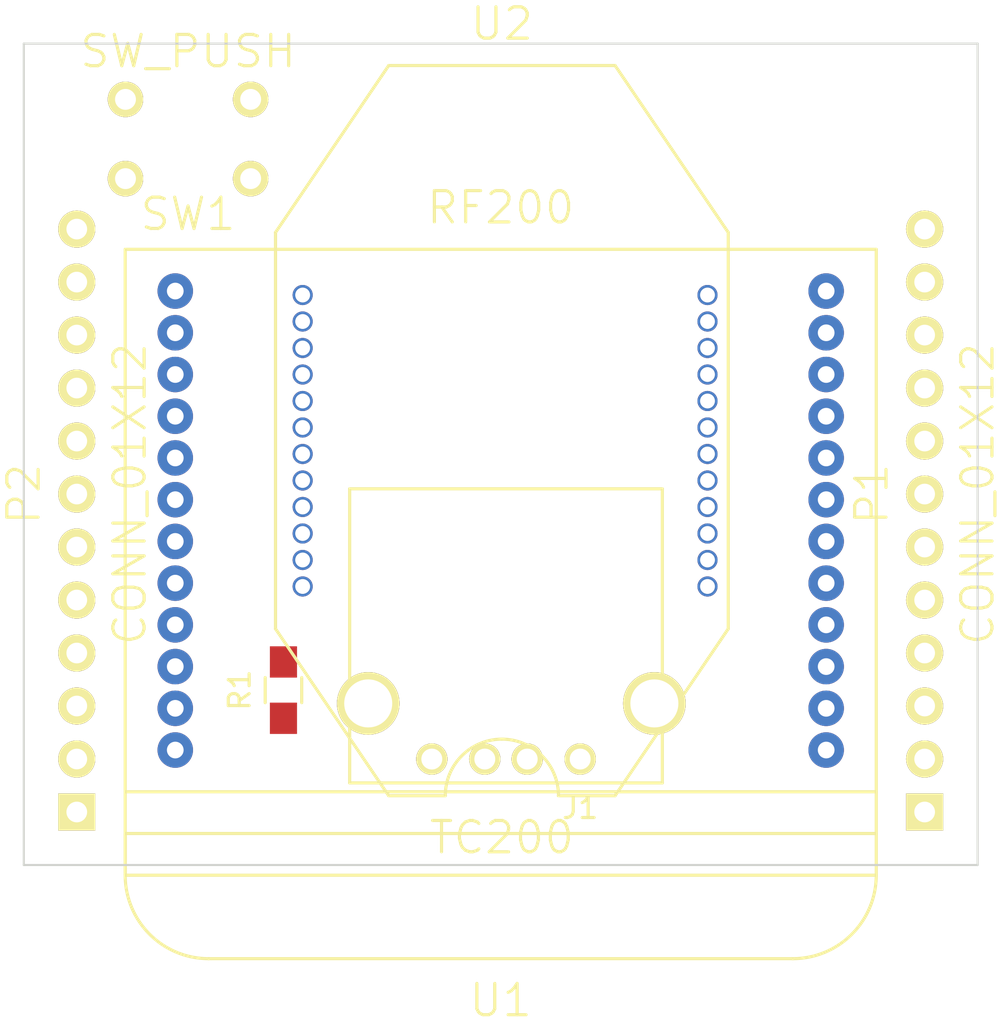
<source format=kicad_pcb>
(kicad_pcb (version 4) (host pcbnew "(2014-12-04 BZR 5312)-product")

  (general
    (links 61)
    (no_connects 61)
    (area 170.129999 78.689999 215.950001 118.160001)
    (thickness 1.6)
    (drawings 4)
    (tracks 0)
    (zones 0)
    (modules 7)
    (nets 24)
  )

  (page A4)
  (layers
    (0 F.Cu signal)
    (31 B.Cu signal)
    (32 B.Adhes user)
    (33 F.Adhes user)
    (34 B.Paste user)
    (35 F.Paste user)
    (36 B.SilkS user)
    (37 F.SilkS user)
    (38 B.Mask user)
    (39 F.Mask user)
    (40 Dwgs.User user)
    (41 Cmts.User user)
    (42 Eco1.User user)
    (43 Eco2.User user)
    (44 Edge.Cuts user)
    (45 Margin user)
    (46 B.CrtYd user)
    (47 F.CrtYd user)
    (48 B.Fab user)
    (49 F.Fab user)
  )

  (setup
    (last_trace_width 0.254)
    (trace_clearance 0.254)
    (zone_clearance 0.508)
    (zone_45_only no)
    (trace_min 0.254)
    (segment_width 0.2)
    (edge_width 0.1)
    (via_size 0.889)
    (via_drill 0.635)
    (via_min_size 0.889)
    (via_min_drill 0.508)
    (uvia_size 0.508)
    (uvia_drill 0.127)
    (uvias_allowed no)
    (uvia_min_size 0.508)
    (uvia_min_drill 0.127)
    (pcb_text_width 0.3)
    (pcb_text_size 1.5 1.5)
    (mod_edge_width 0.15)
    (mod_text_size 1 1)
    (mod_text_width 0.15)
    (pad_size 1.5 1.5)
    (pad_drill 0.6)
    (pad_to_mask_clearance 0)
    (aux_axis_origin 0 0)
    (visible_elements FFFFFF7F)
    (pcbplotparams
      (layerselection 0x00030_80000001)
      (usegerberextensions false)
      (excludeedgelayer true)
      (linewidth 0.100000)
      (plotframeref false)
      (viasonmask false)
      (mode 1)
      (useauxorigin false)
      (hpglpennumber 1)
      (hpglpenspeed 20)
      (hpglpendiameter 15)
      (hpglpenoverlay 2)
      (psnegative false)
      (psa4output false)
      (plotreference true)
      (plotvalue true)
      (plotinvisibletext false)
      (padsonsilk false)
      (subtractmaskfromsilk false)
      (outputformat 1)
      (mirror false)
      (drillshape 1)
      (scaleselection 1)
      (outputdirectory ""))
  )

  (net 0 "")
  (net 1 RF_24)
  (net 2 TC_21)
  (net 3 RF_9)
  (net 4 TC_17)
  (net 5 RF_2)
  (net 6 RF_3)
  (net 7 RF_4)
  (net 8 RF_5)
  (net 9 TC_6)
  (net 10 RF_7)
  (net 11 RF_8)
  (net 12 TC_23)
  (net 13 RF_12)
  (net 14 RF_23)
  (net 15 RF_22)
  (net 16 TC_12)
  (net 17 TC_11)
  (net 18 RF_18)
  (net 19 TC_5)
  (net 20 RF_16)
  (net 21 TC_3)
  (net 22 RF_14)
  (net 23 TC_1)

  (net_class Default "This is the default net class."
    (clearance 0.254)
    (trace_width 0.254)
    (via_dia 0.889)
    (via_drill 0.635)
    (uvia_dia 0.508)
    (uvia_drill 0.127)
    (add_net RF_12)
    (add_net RF_14)
    (add_net RF_16)
    (add_net RF_18)
    (add_net RF_2)
    (add_net RF_22)
    (add_net RF_23)
    (add_net RF_24)
    (add_net RF_3)
    (add_net RF_4)
    (add_net RF_5)
    (add_net RF_7)
    (add_net RF_8)
    (add_net RF_9)
    (add_net TC_1)
    (add_net TC_11)
    (add_net TC_12)
    (add_net TC_17)
    (add_net TC_21)
    (add_net TC_23)
    (add_net TC_3)
    (add_net TC_5)
    (add_net TC_6)
  )

  (module Connect:USB_A (layer F.Cu) (tedit 5543E289) (tstamp 56FF48D3)
    (at 196.85 113.03 180)
    (descr "USB A connector")
    (tags "USB USB_A")
    (path /56F36E63)
    (fp_text reference J1 (at 0 -2.35 180) (layer F.SilkS)
      (effects (font (size 1 1) (thickness 0.15)))
    )
    (fp_text value USB (at 3.83794 7.43458 180) (layer F.Fab)
      (effects (font (size 1 1) (thickness 0.15)))
    )
    (fp_line (start -5.3 13.2) (end -5.3 -1.4) (layer F.CrtYd) (width 0.05))
    (fp_line (start 11.95 -1.4) (end 11.95 13.2) (layer F.CrtYd) (width 0.05))
    (fp_line (start -5.3 13.2) (end 11.95 13.2) (layer F.CrtYd) (width 0.05))
    (fp_line (start -5.3 -1.4) (end 11.95 -1.4) (layer F.CrtYd) (width 0.05))
    (fp_line (start 11.04986 -1.14512) (end 11.04986 12.95188) (layer F.SilkS) (width 0.15))
    (fp_line (start -3.93614 12.95188) (end -3.93614 -1.14512) (layer F.SilkS) (width 0.15))
    (fp_line (start 11.04986 -1.14512) (end -3.93614 -1.14512) (layer F.SilkS) (width 0.15))
    (fp_line (start 11.04986 12.95188) (end -3.93614 12.95188) (layer F.SilkS) (width 0.15))
    (pad 4 thru_hole circle (at 7.11286 -0.00212 90) (size 1.50114 1.50114) (drill 1.00076) (layers *.Cu *.Mask F.SilkS)
      (net 1 RF_24))
    (pad 3 thru_hole circle (at 4.57286 -0.00212 90) (size 1.50114 1.50114) (drill 1.00076) (layers *.Cu *.Mask F.SilkS)
      (net 2 TC_21))
    (pad 2 thru_hole circle (at 2.54086 -0.00212 90) (size 1.50114 1.50114) (drill 1.00076) (layers *.Cu *.Mask F.SilkS)
      (net 3 RF_9))
    (pad 1 thru_hole circle (at 0.00086 -0.00212 90) (size 1.50114 1.50114) (drill 1.00076) (layers *.Cu *.Mask F.SilkS)
      (net 4 TC_17))
    (pad 5 thru_hole circle (at 10.16086 2.66488 90) (size 2.99974 2.99974) (drill 2.30124) (layers *.Cu *.Mask F.SilkS)
      (net 1 RF_24))
    (pad 5 thru_hole circle (at -3.55514 2.66488 90) (size 2.99974 2.99974) (drill 2.30124) (layers *.Cu *.Mask F.SilkS)
      (net 1 RF_24))
    (model Connect.3dshapes/USB_A.wrl
      (at (xyz 0.14 0 0))
      (scale (xyz 1 1 1))
      (rotate (xyz 0 0 90))
    )
  )

  (module _CrumpPrints:Header_1x12_100 (layer F.Cu) (tedit 56FF4293) (tstamp 56FF48E3)
    (at 213.36 115.57 90)
    (path /56F37D62)
    (fp_text reference P1 (at 15.24 -2.54 90) (layer F.SilkS)
      (effects (font (size 1.5 1.5) (thickness 0.15)))
    )
    (fp_text value CONN_01X12 (at 15.24 2.54 90) (layer F.SilkS)
      (effects (font (size 1.5 1.5) (thickness 0.15)))
    )
    (pad 1 thru_hole rect (at 0 0 90) (size 1.778 1.778) (drill 0.9906) (layers *.Cu *.Mask F.SilkS)
      (net 1 RF_24))
    (pad 2 thru_hole circle (at 2.54 0 90) (size 1.778 1.778) (drill 0.9906) (layers *.Cu *.Mask F.SilkS)
      (net 5 RF_2))
    (pad 3 thru_hole circle (at 5.08 0 90) (size 1.778 1.778) (drill 0.9906) (layers *.Cu *.Mask F.SilkS)
      (net 6 RF_3))
    (pad 4 thru_hole circle (at 7.62 0 90) (size 1.778 1.778) (drill 0.9906) (layers *.Cu *.Mask F.SilkS)
      (net 7 RF_4))
    (pad 5 thru_hole circle (at 10.16 0 90) (size 1.778 1.778) (drill 0.9906) (layers *.Cu *.Mask F.SilkS)
      (net 8 RF_5))
    (pad 6 thru_hole circle (at 12.7 0 90) (size 1.778 1.778) (drill 0.9906) (layers *.Cu *.Mask F.SilkS)
      (net 9 TC_6))
    (pad 7 thru_hole circle (at 15.24 0 90) (size 1.778 1.778) (drill 0.9906) (layers *.Cu *.Mask F.SilkS)
      (net 10 RF_7))
    (pad 8 thru_hole circle (at 17.78 0 90) (size 1.778 1.778) (drill 0.9906) (layers *.Cu *.Mask F.SilkS)
      (net 11 RF_8))
    (pad 9 thru_hole circle (at 20.32 0 90) (size 1.778 1.778) (drill 0.9906) (layers *.Cu *.Mask F.SilkS)
      (net 3 RF_9))
    (pad 10 thru_hole circle (at 22.86 0 90) (size 1.778 1.778) (drill 0.9906) (layers *.Cu *.Mask F.SilkS)
      (net 2 TC_21))
    (pad 11 thru_hole circle (at 25.4 0 90) (size 1.778 1.778) (drill 0.9906) (layers *.Cu *.Mask F.SilkS)
      (net 12 TC_23))
    (pad 12 thru_hole circle (at 27.94 0 90) (size 1.778 1.778) (drill 0.9906) (layers *.Cu *.Mask F.SilkS)
      (net 13 RF_12))
  )

  (module _CrumpPrints:Header_1x12_100 (layer F.Cu) (tedit 56FF4293) (tstamp 56FF49C5)
    (at 172.72 115.57 90)
    (path /56F37C15)
    (fp_text reference P2 (at 15.24 -2.54 90) (layer F.SilkS)
      (effects (font (size 1.5 1.5) (thickness 0.15)))
    )
    (fp_text value CONN_01X12 (at 15.24 2.54 90) (layer F.SilkS)
      (effects (font (size 1.5 1.5) (thickness 0.15)))
    )
    (pad 1 thru_hole rect (at 0 0 90) (size 1.778 1.778) (drill 0.9906) (layers *.Cu *.Mask F.SilkS)
      (net 1 RF_24))
    (pad 2 thru_hole circle (at 2.54 0 90) (size 1.778 1.778) (drill 0.9906) (layers *.Cu *.Mask F.SilkS)
      (net 14 RF_23))
    (pad 3 thru_hole circle (at 5.08 0 90) (size 1.778 1.778) (drill 0.9906) (layers *.Cu *.Mask F.SilkS)
      (net 15 RF_22))
    (pad 4 thru_hole circle (at 7.62 0 90) (size 1.778 1.778) (drill 0.9906) (layers *.Cu *.Mask F.SilkS)
      (net 4 TC_17))
    (pad 5 thru_hole circle (at 10.16 0 90) (size 1.778 1.778) (drill 0.9906) (layers *.Cu *.Mask F.SilkS)
      (net 16 TC_12))
    (pad 6 thru_hole circle (at 12.7 0 90) (size 1.778 1.778) (drill 0.9906) (layers *.Cu *.Mask F.SilkS)
      (net 17 TC_11))
    (pad 7 thru_hole circle (at 15.24 0 90) (size 1.778 1.778) (drill 0.9906) (layers *.Cu *.Mask F.SilkS)
      (net 18 RF_18))
    (pad 8 thru_hole circle (at 17.78 0 90) (size 1.778 1.778) (drill 0.9906) (layers *.Cu *.Mask F.SilkS)
      (net 19 TC_5))
    (pad 9 thru_hole circle (at 20.32 0 90) (size 1.778 1.778) (drill 0.9906) (layers *.Cu *.Mask F.SilkS)
      (net 20 RF_16))
    (pad 10 thru_hole circle (at 22.86 0 90) (size 1.778 1.778) (drill 0.9906) (layers *.Cu *.Mask F.SilkS)
      (net 21 TC_3))
    (pad 11 thru_hole circle (at 25.4 0 90) (size 1.778 1.778) (drill 0.9906) (layers *.Cu *.Mask F.SilkS)
      (net 22 RF_14))
    (pad 12 thru_hole circle (at 27.94 0 90) (size 1.778 1.778) (drill 0.9906) (layers *.Cu *.Mask F.SilkS)
      (net 23 TC_1))
  )

  (module Resistors_SMD:R_0805_HandSoldering (layer F.Cu) (tedit 54189DEE) (tstamp 56FF48F9)
    (at 182.626 109.728 90)
    (descr "Resistor SMD 0805, hand soldering")
    (tags "resistor 0805")
    (path /56F3912B)
    (attr smd)
    (fp_text reference R1 (at 0 -2.1 90) (layer F.SilkS)
      (effects (font (size 1 1) (thickness 0.15)))
    )
    (fp_text value R (at 0 2.1 90) (layer F.Fab)
      (effects (font (size 1 1) (thickness 0.15)))
    )
    (fp_line (start -2.4 -1) (end 2.4 -1) (layer F.CrtYd) (width 0.05))
    (fp_line (start -2.4 1) (end 2.4 1) (layer F.CrtYd) (width 0.05))
    (fp_line (start -2.4 -1) (end -2.4 1) (layer F.CrtYd) (width 0.05))
    (fp_line (start 2.4 -1) (end 2.4 1) (layer F.CrtYd) (width 0.05))
    (fp_line (start 0.6 0.875) (end -0.6 0.875) (layer F.SilkS) (width 0.15))
    (fp_line (start -0.6 -0.875) (end 0.6 -0.875) (layer F.SilkS) (width 0.15))
    (pad 1 smd rect (at -1.35 0 90) (size 1.5 1.3) (layers F.Cu F.Paste F.Mask)
      (net 14 RF_23))
    (pad 2 smd rect (at 1.35 0 90) (size 1.5 1.3) (layers F.Cu F.Paste F.Mask)
      (net 4 TC_17))
    (model Resistors_SMD.3dshapes/R_0805_HandSoldering.wrl
      (at (xyz 0 0 0))
      (scale (xyz 1 1 1))
      (rotate (xyz 0 0 0))
    )
  )

  (module _CrumpPrints:6x6mm_pushbutton (layer F.Cu) (tedit 54B49B81) (tstamp 56FF4901)
    (at 178.054 83.312)
    (path /56F38A2A)
    (fp_text reference SW1 (at 0 3.6) (layer F.SilkS)
      (effects (font (size 1.5 1.5) (thickness 0.15)))
    )
    (fp_text value SW_PUSH (at 0 -4.2) (layer F.SilkS)
      (effects (font (size 1.5 1.5) (thickness 0.15)))
    )
    (pad 2 thru_hole circle (at 3 1.9) (size 1.7 1.7) (drill 1) (layers *.Cu *.Mask F.SilkS)
      (net 14 RF_23))
    (pad 2 thru_hole circle (at -3 1.9) (size 1.7 1.7) (drill 1) (layers *.Cu *.Mask F.SilkS)
      (net 14 RF_23))
    (pad 1 thru_hole circle (at -3 -1.9) (size 1.7 1.7) (drill 1) (layers *.Cu *.Mask F.SilkS)
      (net 1 RF_24))
    (pad 1 thru_hole circle (at 3 -1.9) (size 1.7 1.7) (drill 1) (layers *.Cu *.Mask F.SilkS)
      (net 1 RF_24))
  )

  (module _CrumpPrints:RF200 (layer F.Cu) (tedit 56FDF82C) (tstamp 56FF491D)
    (at 193.04 101.6 180)
    (path /56FE09B4)
    (fp_text reference U1 (at -0.000001 -23 180) (layer F.SilkS)
      (effects (font (size 1.5 1.5) (thickness 0.15)))
    )
    (fp_text value RF200 (at -0.000001 15 180) (layer F.SilkS)
      (effects (font (size 1.5 1.5) (thickness 0.15)))
    )
    (fp_line (start -18.000001 -15) (end 17.999999 -15) (layer F.SilkS) (width 0.15))
    (fp_line (start 17.999999 -15) (end 17.999999 -17) (layer F.SilkS) (width 0.15))
    (fp_line (start 17.999999 -17) (end -18.000001 -17) (layer F.SilkS) (width 0.15))
    (fp_line (start -14.000001 -21) (end 13.999999 -21) (layer F.SilkS) (width 0.15))
    (fp_arc (start 13.999999 -17) (end 13.999999 -21) (angle 90) (layer F.SilkS) (width 0.15))
    (fp_arc (start -14.000001 -17) (end -18.000001 -17) (angle 90) (layer F.SilkS) (width 0.15))
    (fp_line (start -18.000001 -13) (end -18.000001 -17) (layer F.SilkS) (width 0.15))
    (fp_line (start 17.999999 -13) (end 17.999999 -17) (layer F.SilkS) (width 0.15))
    (fp_line (start 17.999999 13) (end 17.999999 -13) (layer F.SilkS) (width 0.15))
    (fp_line (start 17.999999 -13) (end -18.000001 -13) (layer F.SilkS) (width 0.15))
    (fp_line (start -18.000001 -13) (end -18.000001 13) (layer F.SilkS) (width 0.15))
    (fp_line (start -18.000001 13) (end 17.999999 13) (layer F.SilkS) (width 0.15))
    (pad 1 thru_hole circle (at -15.6 -11 180) (size 1.7018 1.7018) (drill 0.800001) (layers *.Cu *.Mask)
      (net 1 RF_24))
    (pad 2 thru_hole circle (at -15.6 -9 180) (size 1.7018 1.7018) (drill 0.800001) (layers *.Cu *.Mask)
      (net 5 RF_2))
    (pad 3 thru_hole circle (at -15.6 -7 180) (size 1.7018 1.7018) (drill 0.800001) (layers *.Cu *.Mask)
      (net 6 RF_3))
    (pad 4 thru_hole circle (at -15.6 -5 180) (size 1.7018 1.7018) (drill 0.800001) (layers *.Cu *.Mask)
      (net 7 RF_4))
    (pad 5 thru_hole circle (at -15.6 -3 180) (size 1.7018 1.7018) (drill 0.800001) (layers *.Cu *.Mask)
      (net 8 RF_5))
    (pad 6 thru_hole circle (at -15.6 -1 180) (size 1.7018 1.7018) (drill 0.800001) (layers *.Cu *.Mask)
      (net 9 TC_6))
    (pad 7 thru_hole circle (at -15.6 1 180) (size 1.7018 1.7018) (drill 0.800001) (layers *.Cu *.Mask)
      (net 10 RF_7))
    (pad 8 thru_hole circle (at -15.6 3 180) (size 1.7018 1.7018) (drill 0.800001) (layers *.Cu *.Mask)
      (net 11 RF_8))
    (pad 9 thru_hole circle (at -15.6 5 180) (size 1.7018 1.7018) (drill 0.800001) (layers *.Cu *.Mask)
      (net 3 RF_9))
    (pad 10 thru_hole circle (at -15.6 7 180) (size 1.7018 1.7018) (drill 0.800001) (layers *.Cu *.Mask)
      (net 2 TC_21))
    (pad 11 thru_hole circle (at -15.6 9 180) (size 1.7018 1.7018) (drill 0.800001) (layers *.Cu *.Mask)
      (net 12 TC_23))
    (pad 12 thru_hole circle (at -15.6 11 180) (size 1.7018 1.7018) (drill 0.800001) (layers *.Cu *.Mask)
      (net 13 RF_12))
    (pad 13 thru_hole circle (at 15.6 11 180) (size 1.7018 1.7018) (drill 0.800001) (layers *.Cu *.Mask)
      (net 23 TC_1))
    (pad 14 thru_hole circle (at 15.6 9 180) (size 1.7018 1.7018) (drill 0.800001) (layers *.Cu *.Mask)
      (net 22 RF_14))
    (pad 15 thru_hole circle (at 15.6 7 180) (size 1.7018 1.7018) (drill 0.800001) (layers *.Cu *.Mask)
      (net 21 TC_3))
    (pad 16 thru_hole circle (at 15.6 5 180) (size 1.7018 1.7018) (drill 0.800001) (layers *.Cu *.Mask)
      (net 20 RF_16))
    (pad 17 thru_hole circle (at 15.6 3 180) (size 1.7018 1.7018) (drill 0.800001) (layers *.Cu *.Mask)
      (net 19 TC_5))
    (pad 18 thru_hole circle (at 15.6 1 180) (size 1.7018 1.7018) (drill 0.800001) (layers *.Cu *.Mask)
      (net 18 RF_18))
    (pad 19 thru_hole circle (at 15.6 -1 180) (size 1.7018 1.7018) (drill 0.800001) (layers *.Cu *.Mask)
      (net 17 TC_11))
    (pad 20 thru_hole circle (at 15.6 -3 180) (size 1.7018 1.7018) (drill 0.800001) (layers *.Cu *.Mask)
      (net 16 TC_12))
    (pad 21 thru_hole circle (at 15.6 -5 180) (size 1.7018 1.7018) (drill 0.800001) (layers *.Cu *.Mask)
      (net 4 TC_17))
    (pad 22 thru_hole circle (at 15.6 -7 180) (size 1.7018 1.7018) (drill 0.800001) (layers *.Cu *.Mask)
      (net 15 RF_22))
    (pad 23 thru_hole circle (at 15.6 -9 180) (size 1.7018 1.7018) (drill 0.800001) (layers *.Cu *.Mask)
      (net 14 RF_23))
    (pad 24 thru_hole circle (at 15.6 -11 180) (size 1.7018 1.7018) (drill 0.800001) (layers *.Cu *.Mask)
      (net 1 RF_24))
  )

  (module _CrumpPrints:TC200 (layer F.Cu) (tedit 56FDDFCE) (tstamp 56FF4939)
    (at 193.04 97.79)
    (path /56FE1E98)
    (fp_text reference U2 (at 0.05625 -20) (layer F.SilkS)
      (effects (font (size 1.5 1.5) (thickness 0.15)))
    )
    (fp_text value TC200 (at 0.05625 19) (layer F.SilkS)
      (effects (font (size 1.5 1.5) (thickness 0.15)))
    )
    (fp_line (start 2.76875 17) (end 5.48125 17) (layer F.SilkS) (width 0.15))
    (fp_line (start -5.36875 17) (end -2.65625 17) (layer F.SilkS) (width 0.15))
    (fp_arc (start 0.05625 17) (end 2.76875 17) (angle -90) (layer F.SilkS) (width 0.15))
    (fp_arc (start 0.05625 17) (end -2.65625 17) (angle 90) (layer F.SilkS) (width 0.15))
    (fp_line (start -10.79375 9) (end -5.36875 17) (layer F.SilkS) (width 0.15))
    (fp_line (start 5.48125 17) (end 10.90625 9) (layer F.SilkS) (width 0.15))
    (fp_line (start -10.79375 -10) (end -5.36875 -18) (layer F.SilkS) (width 0.15))
    (fp_line (start -5.36875 -18) (end 5.48125 -18) (layer F.SilkS) (width 0.15))
    (fp_line (start 5.48125 -18) (end 10.90625 -10) (layer F.SilkS) (width 0.15))
    (fp_line (start 10.90625 -10) (end 10.90625 9) (layer F.SilkS) (width 0.15))
    (fp_line (start -10.79375 9) (end -10.79375 -10) (layer F.SilkS) (width 0.15))
    (pad 1 thru_hole circle (at -9.49375 -7) (size 0.9652 0.9652) (drill 0.7112) (layers *.Cu *.Mask)
      (net 23 TC_1))
    (pad 2 thru_hole circle (at -9.49375 -5.73) (size 0.9652 0.9652) (drill 0.7112) (layers *.Cu *.Mask)
      (net 22 RF_14))
    (pad 3 thru_hole circle (at -9.49375 -4.46) (size 0.9652 0.9652) (drill 0.7112) (layers *.Cu *.Mask)
      (net 21 TC_3))
    (pad 4 thru_hole circle (at -9.49375 -3.19) (size 0.9652 0.9652) (drill 0.7112) (layers *.Cu *.Mask)
      (net 20 RF_16))
    (pad 5 thru_hole circle (at -9.49375 -1.92) (size 0.9652 0.9652) (drill 0.7112) (layers *.Cu *.Mask)
      (net 19 TC_5))
    (pad 6 thru_hole circle (at -9.49375 -0.65) (size 0.9652 0.9652) (drill 0.7112) (layers *.Cu *.Mask)
      (net 9 TC_6))
    (pad 7 thru_hole circle (at -9.49375 0.62) (size 0.9652 0.9652) (drill 0.7112) (layers *.Cu *.Mask)
      (net 8 RF_5))
    (pad 8 thru_hole circle (at -9.49375 1.89) (size 0.9652 0.9652) (drill 0.7112) (layers *.Cu *.Mask)
      (net 11 RF_8))
    (pad 9 thru_hole circle (at -9.49375 3.16) (size 0.9652 0.9652) (drill 0.7112) (layers *.Cu *.Mask)
      (net 18 RF_18))
    (pad 10 thru_hole circle (at -9.49375 4.43) (size 0.9652 0.9652) (drill 0.7112) (layers *.Cu *.Mask)
      (net 15 RF_22))
    (pad 11 thru_hole circle (at -9.49375 5.7) (size 0.9652 0.9652) (drill 0.7112) (layers *.Cu *.Mask)
      (net 17 TC_11))
    (pad 12 thru_hole circle (at -9.49375 6.97) (size 0.9652 0.9652) (drill 0.7112) (layers *.Cu *.Mask)
      (net 16 TC_12))
    (pad 13 thru_hole circle (at 9.91185 6.97) (size 0.9652 0.9652) (drill 0.7112) (layers *.Cu *.Mask)
      (net 5 RF_2))
    (pad 14 thru_hole circle (at 9.91185 5.7) (size 0.9652 0.9652) (drill 0.7112) (layers *.Cu *.Mask)
      (net 6 RF_3))
    (pad 15 thru_hole circle (at 9.91185 4.43) (size 0.9652 0.9652) (drill 0.7112) (layers *.Cu *.Mask)
      (net 7 RF_4))
    (pad 16 thru_hole circle (at 9.91185 3.16) (size 0.9652 0.9652) (drill 0.7112) (layers *.Cu *.Mask)
      (net 10 RF_7))
    (pad 17 thru_hole circle (at 9.91185 1.89) (size 0.9652 0.9652) (drill 0.7112) (layers *.Cu *.Mask)
      (net 4 TC_17))
    (pad 18 thru_hole circle (at 9.91185 0.62) (size 0.9652 0.9652) (drill 0.7112) (layers *.Cu *.Mask)
      (net 14 RF_23))
    (pad 19 thru_hole circle (at 9.91185 -0.65) (size 0.9652 0.9652) (drill 0.7112) (layers *.Cu *.Mask)
      (net 1 RF_24))
    (pad 20 thru_hole circle (at 9.91185 -1.92) (size 0.9652 0.9652) (drill 0.7112) (layers *.Cu *.Mask)
      (net 3 RF_9))
    (pad 21 thru_hole circle (at 9.91185 -3.19) (size 0.9652 0.9652) (drill 0.7112) (layers *.Cu *.Mask)
      (net 2 TC_21))
    (pad 22 thru_hole circle (at 9.91185 -4.46) (size 0.9652 0.9652) (drill 0.7112) (layers *.Cu *.Mask)
      (net 1 RF_24))
    (pad 23 thru_hole circle (at 9.91185 -5.73) (size 0.9652 0.9652) (drill 0.7112) (layers *.Cu *.Mask)
      (net 12 TC_23))
    (pad 24 thru_hole circle (at 9.91185 -7) (size 0.9652 0.9652) (drill 0.7112) (layers *.Cu *.Mask)
      (net 13 RF_12))
  )

  (gr_line (start 215.9 78.74) (end 215.9 118.11) (angle 90) (layer Edge.Cuts) (width 0.1))
  (gr_line (start 170.18 78.74) (end 215.9 78.74) (angle 90) (layer Edge.Cuts) (width 0.1))
  (gr_line (start 170.18 118.11) (end 170.18 78.74) (angle 90) (layer Edge.Cuts) (width 0.1))
  (gr_line (start 215.9 118.11) (end 170.18 118.11) (angle 90) (layer Edge.Cuts) (width 0.1))

)

</source>
